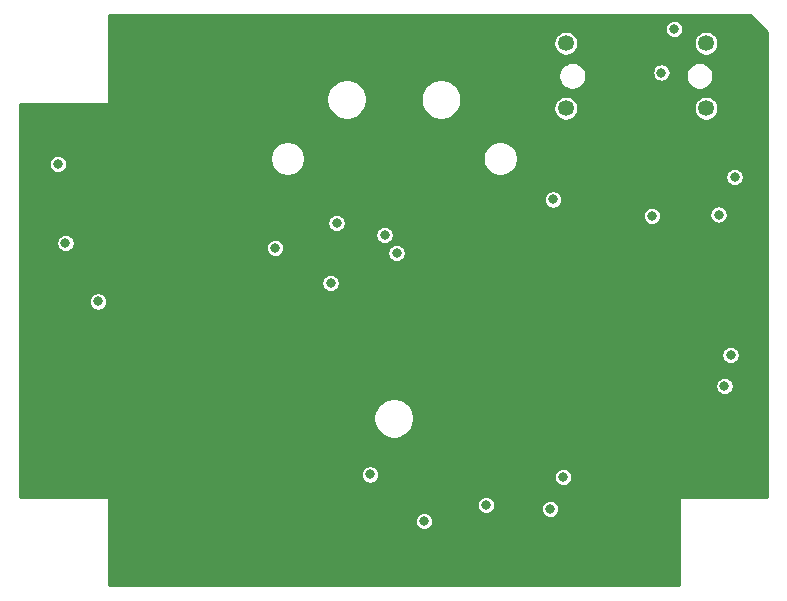
<source format=gbr>
G04 #@! TF.GenerationSoftware,KiCad,Pcbnew,(5.1.5-0)*
G04 #@! TF.CreationDate,2020-12-17T20:40:06-08:00*
G04 #@! TF.ProjectId,Luminometer_ADC_concept,4c756d69-6e6f-46d6-9574-65725f414443,rev?*
G04 #@! TF.SameCoordinates,Original*
G04 #@! TF.FileFunction,Copper,L3,Inr*
G04 #@! TF.FilePolarity,Positive*
%FSLAX46Y46*%
G04 Gerber Fmt 4.6, Leading zero omitted, Abs format (unit mm)*
G04 Created by KiCad (PCBNEW (5.1.5-0)) date 2020-12-17 20:40:06*
%MOMM*%
%LPD*%
G04 APERTURE LIST*
%ADD10C,1.350000*%
%ADD11C,0.800000*%
%ADD12C,0.254000*%
G04 APERTURE END LIST*
D10*
X162065000Y-88750000D03*
X173935000Y-88750000D03*
X173935000Y-83250000D03*
X162065000Y-83250000D03*
D11*
X163450000Y-121900000D03*
X170550000Y-107700000D03*
X169628000Y-99128000D03*
X170813000Y-114334000D03*
X176359000Y-96334000D03*
X155278000Y-121177000D03*
X141562000Y-122447000D03*
X149182000Y-127273000D03*
X123700000Y-97850000D03*
X140550000Y-102100000D03*
X151546000Y-100997000D03*
X167723000Y-98239000D03*
X133750000Y-114000000D03*
X151500000Y-114000000D03*
X162800000Y-127650000D03*
X119950000Y-98750000D03*
X157250000Y-124250000D03*
X158750000Y-121500000D03*
X165500000Y-84750000D03*
X166750000Y-84750000D03*
X121000000Y-98750000D03*
X122100000Y-98750000D03*
X118800000Y-97950000D03*
X168000000Y-84750000D03*
X119700000Y-100150000D03*
X137460000Y-100560000D03*
X119050000Y-93450000D03*
X176020000Y-109635000D03*
X171250000Y-82038000D03*
X175000000Y-97750000D03*
X175500000Y-112250000D03*
X176359000Y-94556000D03*
X170156000Y-85721000D03*
X160992000Y-96461000D03*
X145500000Y-119750000D03*
X169350000Y-97850000D03*
X147736000Y-100997000D03*
X160750000Y-122650000D03*
X155300000Y-122350000D03*
X150071000Y-123717000D03*
X122450000Y-105100000D03*
X142148000Y-103537000D03*
X142656000Y-98457000D03*
X161850000Y-119950000D03*
X146720000Y-99473000D03*
D12*
G36*
X179123000Y-82302606D02*
G01*
X179123000Y-121623000D01*
X171750000Y-121623000D01*
X171725224Y-121625440D01*
X171701399Y-121632667D01*
X171679443Y-121644403D01*
X171660197Y-121660197D01*
X171644403Y-121679443D01*
X171632667Y-121701399D01*
X171625440Y-121725224D01*
X171623000Y-121750000D01*
X171623000Y-129123000D01*
X123377000Y-129123000D01*
X123377000Y-123640472D01*
X149294000Y-123640472D01*
X149294000Y-123793528D01*
X149323859Y-123943643D01*
X149382431Y-124085048D01*
X149467464Y-124212309D01*
X149575691Y-124320536D01*
X149702952Y-124405569D01*
X149844357Y-124464141D01*
X149994472Y-124494000D01*
X150147528Y-124494000D01*
X150297643Y-124464141D01*
X150439048Y-124405569D01*
X150566309Y-124320536D01*
X150674536Y-124212309D01*
X150759569Y-124085048D01*
X150818141Y-123943643D01*
X150848000Y-123793528D01*
X150848000Y-123640472D01*
X150818141Y-123490357D01*
X150759569Y-123348952D01*
X150674536Y-123221691D01*
X150566309Y-123113464D01*
X150439048Y-123028431D01*
X150297643Y-122969859D01*
X150147528Y-122940000D01*
X149994472Y-122940000D01*
X149844357Y-122969859D01*
X149702952Y-123028431D01*
X149575691Y-123113464D01*
X149467464Y-123221691D01*
X149382431Y-123348952D01*
X149323859Y-123490357D01*
X149294000Y-123640472D01*
X123377000Y-123640472D01*
X123377000Y-122273472D01*
X154523000Y-122273472D01*
X154523000Y-122426528D01*
X154552859Y-122576643D01*
X154611431Y-122718048D01*
X154696464Y-122845309D01*
X154804691Y-122953536D01*
X154931952Y-123038569D01*
X155073357Y-123097141D01*
X155223472Y-123127000D01*
X155376528Y-123127000D01*
X155526643Y-123097141D01*
X155668048Y-123038569D01*
X155795309Y-122953536D01*
X155903536Y-122845309D01*
X155988569Y-122718048D01*
X156047141Y-122576643D01*
X156047771Y-122573472D01*
X159973000Y-122573472D01*
X159973000Y-122726528D01*
X160002859Y-122876643D01*
X160061431Y-123018048D01*
X160146464Y-123145309D01*
X160254691Y-123253536D01*
X160381952Y-123338569D01*
X160523357Y-123397141D01*
X160673472Y-123427000D01*
X160826528Y-123427000D01*
X160976643Y-123397141D01*
X161118048Y-123338569D01*
X161245309Y-123253536D01*
X161353536Y-123145309D01*
X161438569Y-123018048D01*
X161497141Y-122876643D01*
X161527000Y-122726528D01*
X161527000Y-122573472D01*
X161497141Y-122423357D01*
X161438569Y-122281952D01*
X161353536Y-122154691D01*
X161245309Y-122046464D01*
X161118048Y-121961431D01*
X160976643Y-121902859D01*
X160826528Y-121873000D01*
X160673472Y-121873000D01*
X160523357Y-121902859D01*
X160381952Y-121961431D01*
X160254691Y-122046464D01*
X160146464Y-122154691D01*
X160061431Y-122281952D01*
X160002859Y-122423357D01*
X159973000Y-122573472D01*
X156047771Y-122573472D01*
X156077000Y-122426528D01*
X156077000Y-122273472D01*
X156047141Y-122123357D01*
X155988569Y-121981952D01*
X155903536Y-121854691D01*
X155795309Y-121746464D01*
X155668048Y-121661431D01*
X155526643Y-121602859D01*
X155376528Y-121573000D01*
X155223472Y-121573000D01*
X155073357Y-121602859D01*
X154931952Y-121661431D01*
X154804691Y-121746464D01*
X154696464Y-121854691D01*
X154611431Y-121981952D01*
X154552859Y-122123357D01*
X154523000Y-122273472D01*
X123377000Y-122273472D01*
X123377000Y-121750000D01*
X123374560Y-121725224D01*
X123367333Y-121701399D01*
X123355597Y-121679443D01*
X123339803Y-121660197D01*
X123320557Y-121644403D01*
X123298601Y-121632667D01*
X123274776Y-121625440D01*
X123250000Y-121623000D01*
X115877000Y-121623000D01*
X115877000Y-119673472D01*
X144723000Y-119673472D01*
X144723000Y-119826528D01*
X144752859Y-119976643D01*
X144811431Y-120118048D01*
X144896464Y-120245309D01*
X145004691Y-120353536D01*
X145131952Y-120438569D01*
X145273357Y-120497141D01*
X145423472Y-120527000D01*
X145576528Y-120527000D01*
X145726643Y-120497141D01*
X145868048Y-120438569D01*
X145995309Y-120353536D01*
X146103536Y-120245309D01*
X146188569Y-120118048D01*
X146247141Y-119976643D01*
X146267662Y-119873472D01*
X161073000Y-119873472D01*
X161073000Y-120026528D01*
X161102859Y-120176643D01*
X161161431Y-120318048D01*
X161246464Y-120445309D01*
X161354691Y-120553536D01*
X161481952Y-120638569D01*
X161623357Y-120697141D01*
X161773472Y-120727000D01*
X161926528Y-120727000D01*
X162076643Y-120697141D01*
X162218048Y-120638569D01*
X162345309Y-120553536D01*
X162453536Y-120445309D01*
X162538569Y-120318048D01*
X162597141Y-120176643D01*
X162627000Y-120026528D01*
X162627000Y-119873472D01*
X162597141Y-119723357D01*
X162538569Y-119581952D01*
X162453536Y-119454691D01*
X162345309Y-119346464D01*
X162218048Y-119261431D01*
X162076643Y-119202859D01*
X161926528Y-119173000D01*
X161773472Y-119173000D01*
X161623357Y-119202859D01*
X161481952Y-119261431D01*
X161354691Y-119346464D01*
X161246464Y-119454691D01*
X161161431Y-119581952D01*
X161102859Y-119723357D01*
X161073000Y-119873472D01*
X146267662Y-119873472D01*
X146277000Y-119826528D01*
X146277000Y-119673472D01*
X146247141Y-119523357D01*
X146188569Y-119381952D01*
X146103536Y-119254691D01*
X145995309Y-119146464D01*
X145868048Y-119061431D01*
X145726643Y-119002859D01*
X145576528Y-118973000D01*
X145423472Y-118973000D01*
X145273357Y-119002859D01*
X145131952Y-119061431D01*
X145004691Y-119146464D01*
X144896464Y-119254691D01*
X144811431Y-119381952D01*
X144752859Y-119523357D01*
X144723000Y-119673472D01*
X115877000Y-119673472D01*
X115877000Y-114829905D01*
X145773000Y-114829905D01*
X145773000Y-115170095D01*
X145839368Y-115503747D01*
X145969553Y-115818041D01*
X146158552Y-116100898D01*
X146399102Y-116341448D01*
X146681959Y-116530447D01*
X146996253Y-116660632D01*
X147329905Y-116727000D01*
X147670095Y-116727000D01*
X148003747Y-116660632D01*
X148318041Y-116530447D01*
X148600898Y-116341448D01*
X148841448Y-116100898D01*
X149030447Y-115818041D01*
X149160632Y-115503747D01*
X149227000Y-115170095D01*
X149227000Y-114829905D01*
X149160632Y-114496253D01*
X149030447Y-114181959D01*
X148841448Y-113899102D01*
X148600898Y-113658552D01*
X148318041Y-113469553D01*
X148003747Y-113339368D01*
X147670095Y-113273000D01*
X147329905Y-113273000D01*
X146996253Y-113339368D01*
X146681959Y-113469553D01*
X146399102Y-113658552D01*
X146158552Y-113899102D01*
X145969553Y-114181959D01*
X145839368Y-114496253D01*
X145773000Y-114829905D01*
X115877000Y-114829905D01*
X115877000Y-112173472D01*
X174723000Y-112173472D01*
X174723000Y-112326528D01*
X174752859Y-112476643D01*
X174811431Y-112618048D01*
X174896464Y-112745309D01*
X175004691Y-112853536D01*
X175131952Y-112938569D01*
X175273357Y-112997141D01*
X175423472Y-113027000D01*
X175576528Y-113027000D01*
X175726643Y-112997141D01*
X175868048Y-112938569D01*
X175995309Y-112853536D01*
X176103536Y-112745309D01*
X176188569Y-112618048D01*
X176247141Y-112476643D01*
X176277000Y-112326528D01*
X176277000Y-112173472D01*
X176247141Y-112023357D01*
X176188569Y-111881952D01*
X176103536Y-111754691D01*
X175995309Y-111646464D01*
X175868048Y-111561431D01*
X175726643Y-111502859D01*
X175576528Y-111473000D01*
X175423472Y-111473000D01*
X175273357Y-111502859D01*
X175131952Y-111561431D01*
X175004691Y-111646464D01*
X174896464Y-111754691D01*
X174811431Y-111881952D01*
X174752859Y-112023357D01*
X174723000Y-112173472D01*
X115877000Y-112173472D01*
X115877000Y-109558472D01*
X175243000Y-109558472D01*
X175243000Y-109711528D01*
X175272859Y-109861643D01*
X175331431Y-110003048D01*
X175416464Y-110130309D01*
X175524691Y-110238536D01*
X175651952Y-110323569D01*
X175793357Y-110382141D01*
X175943472Y-110412000D01*
X176096528Y-110412000D01*
X176246643Y-110382141D01*
X176388048Y-110323569D01*
X176515309Y-110238536D01*
X176623536Y-110130309D01*
X176708569Y-110003048D01*
X176767141Y-109861643D01*
X176797000Y-109711528D01*
X176797000Y-109558472D01*
X176767141Y-109408357D01*
X176708569Y-109266952D01*
X176623536Y-109139691D01*
X176515309Y-109031464D01*
X176388048Y-108946431D01*
X176246643Y-108887859D01*
X176096528Y-108858000D01*
X175943472Y-108858000D01*
X175793357Y-108887859D01*
X175651952Y-108946431D01*
X175524691Y-109031464D01*
X175416464Y-109139691D01*
X175331431Y-109266952D01*
X175272859Y-109408357D01*
X175243000Y-109558472D01*
X115877000Y-109558472D01*
X115877000Y-105023472D01*
X121673000Y-105023472D01*
X121673000Y-105176528D01*
X121702859Y-105326643D01*
X121761431Y-105468048D01*
X121846464Y-105595309D01*
X121954691Y-105703536D01*
X122081952Y-105788569D01*
X122223357Y-105847141D01*
X122373472Y-105877000D01*
X122526528Y-105877000D01*
X122676643Y-105847141D01*
X122818048Y-105788569D01*
X122945309Y-105703536D01*
X123053536Y-105595309D01*
X123138569Y-105468048D01*
X123197141Y-105326643D01*
X123227000Y-105176528D01*
X123227000Y-105023472D01*
X123197141Y-104873357D01*
X123138569Y-104731952D01*
X123053536Y-104604691D01*
X122945309Y-104496464D01*
X122818048Y-104411431D01*
X122676643Y-104352859D01*
X122526528Y-104323000D01*
X122373472Y-104323000D01*
X122223357Y-104352859D01*
X122081952Y-104411431D01*
X121954691Y-104496464D01*
X121846464Y-104604691D01*
X121761431Y-104731952D01*
X121702859Y-104873357D01*
X121673000Y-105023472D01*
X115877000Y-105023472D01*
X115877000Y-103460472D01*
X141371000Y-103460472D01*
X141371000Y-103613528D01*
X141400859Y-103763643D01*
X141459431Y-103905048D01*
X141544464Y-104032309D01*
X141652691Y-104140536D01*
X141779952Y-104225569D01*
X141921357Y-104284141D01*
X142071472Y-104314000D01*
X142224528Y-104314000D01*
X142374643Y-104284141D01*
X142516048Y-104225569D01*
X142643309Y-104140536D01*
X142751536Y-104032309D01*
X142836569Y-103905048D01*
X142895141Y-103763643D01*
X142925000Y-103613528D01*
X142925000Y-103460472D01*
X142895141Y-103310357D01*
X142836569Y-103168952D01*
X142751536Y-103041691D01*
X142643309Y-102933464D01*
X142516048Y-102848431D01*
X142374643Y-102789859D01*
X142224528Y-102760000D01*
X142071472Y-102760000D01*
X141921357Y-102789859D01*
X141779952Y-102848431D01*
X141652691Y-102933464D01*
X141544464Y-103041691D01*
X141459431Y-103168952D01*
X141400859Y-103310357D01*
X141371000Y-103460472D01*
X115877000Y-103460472D01*
X115877000Y-100073472D01*
X118923000Y-100073472D01*
X118923000Y-100226528D01*
X118952859Y-100376643D01*
X119011431Y-100518048D01*
X119096464Y-100645309D01*
X119204691Y-100753536D01*
X119331952Y-100838569D01*
X119473357Y-100897141D01*
X119623472Y-100927000D01*
X119776528Y-100927000D01*
X119926643Y-100897141D01*
X120068048Y-100838569D01*
X120195309Y-100753536D01*
X120303536Y-100645309D01*
X120388569Y-100518048D01*
X120402890Y-100483472D01*
X136683000Y-100483472D01*
X136683000Y-100636528D01*
X136712859Y-100786643D01*
X136771431Y-100928048D01*
X136856464Y-101055309D01*
X136964691Y-101163536D01*
X137091952Y-101248569D01*
X137233357Y-101307141D01*
X137383472Y-101337000D01*
X137536528Y-101337000D01*
X137686643Y-101307141D01*
X137828048Y-101248569D01*
X137955309Y-101163536D01*
X138063536Y-101055309D01*
X138148569Y-100928048D01*
X138151707Y-100920472D01*
X146959000Y-100920472D01*
X146959000Y-101073528D01*
X146988859Y-101223643D01*
X147047431Y-101365048D01*
X147132464Y-101492309D01*
X147240691Y-101600536D01*
X147367952Y-101685569D01*
X147509357Y-101744141D01*
X147659472Y-101774000D01*
X147812528Y-101774000D01*
X147962643Y-101744141D01*
X148104048Y-101685569D01*
X148231309Y-101600536D01*
X148339536Y-101492309D01*
X148424569Y-101365048D01*
X148483141Y-101223643D01*
X148513000Y-101073528D01*
X148513000Y-100920472D01*
X148483141Y-100770357D01*
X148424569Y-100628952D01*
X148339536Y-100501691D01*
X148231309Y-100393464D01*
X148104048Y-100308431D01*
X147962643Y-100249859D01*
X147812528Y-100220000D01*
X147659472Y-100220000D01*
X147509357Y-100249859D01*
X147367952Y-100308431D01*
X147240691Y-100393464D01*
X147132464Y-100501691D01*
X147047431Y-100628952D01*
X146988859Y-100770357D01*
X146959000Y-100920472D01*
X138151707Y-100920472D01*
X138207141Y-100786643D01*
X138237000Y-100636528D01*
X138237000Y-100483472D01*
X138207141Y-100333357D01*
X138148569Y-100191952D01*
X138063536Y-100064691D01*
X137955309Y-99956464D01*
X137828048Y-99871431D01*
X137686643Y-99812859D01*
X137536528Y-99783000D01*
X137383472Y-99783000D01*
X137233357Y-99812859D01*
X137091952Y-99871431D01*
X136964691Y-99956464D01*
X136856464Y-100064691D01*
X136771431Y-100191952D01*
X136712859Y-100333357D01*
X136683000Y-100483472D01*
X120402890Y-100483472D01*
X120447141Y-100376643D01*
X120477000Y-100226528D01*
X120477000Y-100073472D01*
X120447141Y-99923357D01*
X120388569Y-99781952D01*
X120303536Y-99654691D01*
X120195309Y-99546464D01*
X120068048Y-99461431D01*
X119926643Y-99402859D01*
X119894533Y-99396472D01*
X145943000Y-99396472D01*
X145943000Y-99549528D01*
X145972859Y-99699643D01*
X146031431Y-99841048D01*
X146116464Y-99968309D01*
X146224691Y-100076536D01*
X146351952Y-100161569D01*
X146493357Y-100220141D01*
X146643472Y-100250000D01*
X146796528Y-100250000D01*
X146946643Y-100220141D01*
X147088048Y-100161569D01*
X147215309Y-100076536D01*
X147323536Y-99968309D01*
X147408569Y-99841048D01*
X147467141Y-99699643D01*
X147497000Y-99549528D01*
X147497000Y-99396472D01*
X147467141Y-99246357D01*
X147408569Y-99104952D01*
X147323536Y-98977691D01*
X147215309Y-98869464D01*
X147088048Y-98784431D01*
X146946643Y-98725859D01*
X146796528Y-98696000D01*
X146643472Y-98696000D01*
X146493357Y-98725859D01*
X146351952Y-98784431D01*
X146224691Y-98869464D01*
X146116464Y-98977691D01*
X146031431Y-99104952D01*
X145972859Y-99246357D01*
X145943000Y-99396472D01*
X119894533Y-99396472D01*
X119776528Y-99373000D01*
X119623472Y-99373000D01*
X119473357Y-99402859D01*
X119331952Y-99461431D01*
X119204691Y-99546464D01*
X119096464Y-99654691D01*
X119011431Y-99781952D01*
X118952859Y-99923357D01*
X118923000Y-100073472D01*
X115877000Y-100073472D01*
X115877000Y-98380472D01*
X141879000Y-98380472D01*
X141879000Y-98533528D01*
X141908859Y-98683643D01*
X141967431Y-98825048D01*
X142052464Y-98952309D01*
X142160691Y-99060536D01*
X142287952Y-99145569D01*
X142429357Y-99204141D01*
X142579472Y-99234000D01*
X142732528Y-99234000D01*
X142882643Y-99204141D01*
X143024048Y-99145569D01*
X143151309Y-99060536D01*
X143259536Y-98952309D01*
X143344569Y-98825048D01*
X143403141Y-98683643D01*
X143433000Y-98533528D01*
X143433000Y-98380472D01*
X143403141Y-98230357D01*
X143344569Y-98088952D01*
X143259536Y-97961691D01*
X143151309Y-97853464D01*
X143031593Y-97773472D01*
X168573000Y-97773472D01*
X168573000Y-97926528D01*
X168602859Y-98076643D01*
X168661431Y-98218048D01*
X168746464Y-98345309D01*
X168854691Y-98453536D01*
X168981952Y-98538569D01*
X169123357Y-98597141D01*
X169273472Y-98627000D01*
X169426528Y-98627000D01*
X169576643Y-98597141D01*
X169718048Y-98538569D01*
X169845309Y-98453536D01*
X169953536Y-98345309D01*
X170038569Y-98218048D01*
X170097141Y-98076643D01*
X170127000Y-97926528D01*
X170127000Y-97773472D01*
X170107110Y-97673472D01*
X174223000Y-97673472D01*
X174223000Y-97826528D01*
X174252859Y-97976643D01*
X174311431Y-98118048D01*
X174396464Y-98245309D01*
X174504691Y-98353536D01*
X174631952Y-98438569D01*
X174773357Y-98497141D01*
X174923472Y-98527000D01*
X175076528Y-98527000D01*
X175226643Y-98497141D01*
X175368048Y-98438569D01*
X175495309Y-98353536D01*
X175603536Y-98245309D01*
X175688569Y-98118048D01*
X175747141Y-97976643D01*
X175777000Y-97826528D01*
X175777000Y-97673472D01*
X175747141Y-97523357D01*
X175688569Y-97381952D01*
X175603536Y-97254691D01*
X175495309Y-97146464D01*
X175368048Y-97061431D01*
X175226643Y-97002859D01*
X175076528Y-96973000D01*
X174923472Y-96973000D01*
X174773357Y-97002859D01*
X174631952Y-97061431D01*
X174504691Y-97146464D01*
X174396464Y-97254691D01*
X174311431Y-97381952D01*
X174252859Y-97523357D01*
X174223000Y-97673472D01*
X170107110Y-97673472D01*
X170097141Y-97623357D01*
X170038569Y-97481952D01*
X169953536Y-97354691D01*
X169845309Y-97246464D01*
X169718048Y-97161431D01*
X169576643Y-97102859D01*
X169426528Y-97073000D01*
X169273472Y-97073000D01*
X169123357Y-97102859D01*
X168981952Y-97161431D01*
X168854691Y-97246464D01*
X168746464Y-97354691D01*
X168661431Y-97481952D01*
X168602859Y-97623357D01*
X168573000Y-97773472D01*
X143031593Y-97773472D01*
X143024048Y-97768431D01*
X142882643Y-97709859D01*
X142732528Y-97680000D01*
X142579472Y-97680000D01*
X142429357Y-97709859D01*
X142287952Y-97768431D01*
X142160691Y-97853464D01*
X142052464Y-97961691D01*
X141967431Y-98088952D01*
X141908859Y-98230357D01*
X141879000Y-98380472D01*
X115877000Y-98380472D01*
X115877000Y-96384472D01*
X160215000Y-96384472D01*
X160215000Y-96537528D01*
X160244859Y-96687643D01*
X160303431Y-96829048D01*
X160388464Y-96956309D01*
X160496691Y-97064536D01*
X160623952Y-97149569D01*
X160765357Y-97208141D01*
X160915472Y-97238000D01*
X161068528Y-97238000D01*
X161218643Y-97208141D01*
X161360048Y-97149569D01*
X161487309Y-97064536D01*
X161595536Y-96956309D01*
X161680569Y-96829048D01*
X161739141Y-96687643D01*
X161769000Y-96537528D01*
X161769000Y-96384472D01*
X161739141Y-96234357D01*
X161680569Y-96092952D01*
X161595536Y-95965691D01*
X161487309Y-95857464D01*
X161360048Y-95772431D01*
X161218643Y-95713859D01*
X161068528Y-95684000D01*
X160915472Y-95684000D01*
X160765357Y-95713859D01*
X160623952Y-95772431D01*
X160496691Y-95857464D01*
X160388464Y-95965691D01*
X160303431Y-96092952D01*
X160244859Y-96234357D01*
X160215000Y-96384472D01*
X115877000Y-96384472D01*
X115877000Y-94479472D01*
X175582000Y-94479472D01*
X175582000Y-94632528D01*
X175611859Y-94782643D01*
X175670431Y-94924048D01*
X175755464Y-95051309D01*
X175863691Y-95159536D01*
X175990952Y-95244569D01*
X176132357Y-95303141D01*
X176282472Y-95333000D01*
X176435528Y-95333000D01*
X176585643Y-95303141D01*
X176727048Y-95244569D01*
X176854309Y-95159536D01*
X176962536Y-95051309D01*
X177047569Y-94924048D01*
X177106141Y-94782643D01*
X177136000Y-94632528D01*
X177136000Y-94479472D01*
X177106141Y-94329357D01*
X177047569Y-94187952D01*
X176962536Y-94060691D01*
X176854309Y-93952464D01*
X176727048Y-93867431D01*
X176585643Y-93808859D01*
X176435528Y-93779000D01*
X176282472Y-93779000D01*
X176132357Y-93808859D01*
X175990952Y-93867431D01*
X175863691Y-93952464D01*
X175755464Y-94060691D01*
X175670431Y-94187952D01*
X175611859Y-94329357D01*
X175582000Y-94479472D01*
X115877000Y-94479472D01*
X115877000Y-93373472D01*
X118273000Y-93373472D01*
X118273000Y-93526528D01*
X118302859Y-93676643D01*
X118361431Y-93818048D01*
X118446464Y-93945309D01*
X118554691Y-94053536D01*
X118681952Y-94138569D01*
X118823357Y-94197141D01*
X118973472Y-94227000D01*
X119126528Y-94227000D01*
X119276643Y-94197141D01*
X119418048Y-94138569D01*
X119545309Y-94053536D01*
X119653536Y-93945309D01*
X119738569Y-93818048D01*
X119797141Y-93676643D01*
X119827000Y-93526528D01*
X119827000Y-93373472D01*
X119797141Y-93223357D01*
X119738569Y-93081952D01*
X119653536Y-92954691D01*
X119553373Y-92854528D01*
X137023000Y-92854528D01*
X137023000Y-93145472D01*
X137079760Y-93430825D01*
X137191099Y-93699622D01*
X137352739Y-93941533D01*
X137558467Y-94147261D01*
X137800378Y-94308901D01*
X138069175Y-94420240D01*
X138354528Y-94477000D01*
X138645472Y-94477000D01*
X138930825Y-94420240D01*
X139199622Y-94308901D01*
X139441533Y-94147261D01*
X139647261Y-93941533D01*
X139808901Y-93699622D01*
X139920240Y-93430825D01*
X139977000Y-93145472D01*
X139977000Y-92854528D01*
X155023000Y-92854528D01*
X155023000Y-93145472D01*
X155079760Y-93430825D01*
X155191099Y-93699622D01*
X155352739Y-93941533D01*
X155558467Y-94147261D01*
X155800378Y-94308901D01*
X156069175Y-94420240D01*
X156354528Y-94477000D01*
X156645472Y-94477000D01*
X156930825Y-94420240D01*
X157199622Y-94308901D01*
X157441533Y-94147261D01*
X157647261Y-93941533D01*
X157808901Y-93699622D01*
X157920240Y-93430825D01*
X157977000Y-93145472D01*
X157977000Y-92854528D01*
X157920240Y-92569175D01*
X157808901Y-92300378D01*
X157647261Y-92058467D01*
X157441533Y-91852739D01*
X157199622Y-91691099D01*
X156930825Y-91579760D01*
X156645472Y-91523000D01*
X156354528Y-91523000D01*
X156069175Y-91579760D01*
X155800378Y-91691099D01*
X155558467Y-91852739D01*
X155352739Y-92058467D01*
X155191099Y-92300378D01*
X155079760Y-92569175D01*
X155023000Y-92854528D01*
X139977000Y-92854528D01*
X139920240Y-92569175D01*
X139808901Y-92300378D01*
X139647261Y-92058467D01*
X139441533Y-91852739D01*
X139199622Y-91691099D01*
X138930825Y-91579760D01*
X138645472Y-91523000D01*
X138354528Y-91523000D01*
X138069175Y-91579760D01*
X137800378Y-91691099D01*
X137558467Y-91852739D01*
X137352739Y-92058467D01*
X137191099Y-92300378D01*
X137079760Y-92569175D01*
X137023000Y-92854528D01*
X119553373Y-92854528D01*
X119545309Y-92846464D01*
X119418048Y-92761431D01*
X119276643Y-92702859D01*
X119126528Y-92673000D01*
X118973472Y-92673000D01*
X118823357Y-92702859D01*
X118681952Y-92761431D01*
X118554691Y-92846464D01*
X118446464Y-92954691D01*
X118361431Y-93081952D01*
X118302859Y-93223357D01*
X118273000Y-93373472D01*
X115877000Y-93373472D01*
X115877000Y-88377000D01*
X123250000Y-88377000D01*
X123274776Y-88374560D01*
X123298601Y-88367333D01*
X123320557Y-88355597D01*
X123339803Y-88339803D01*
X123355597Y-88320557D01*
X123367333Y-88298601D01*
X123374560Y-88274776D01*
X123377000Y-88250000D01*
X123377000Y-87829905D01*
X141773000Y-87829905D01*
X141773000Y-88170095D01*
X141839368Y-88503747D01*
X141969553Y-88818041D01*
X142158552Y-89100898D01*
X142399102Y-89341448D01*
X142681959Y-89530447D01*
X142996253Y-89660632D01*
X143329905Y-89727000D01*
X143670095Y-89727000D01*
X144003747Y-89660632D01*
X144318041Y-89530447D01*
X144600898Y-89341448D01*
X144841448Y-89100898D01*
X145030447Y-88818041D01*
X145160632Y-88503747D01*
X145227000Y-88170095D01*
X145227000Y-87829905D01*
X149773000Y-87829905D01*
X149773000Y-88170095D01*
X149839368Y-88503747D01*
X149969553Y-88818041D01*
X150158552Y-89100898D01*
X150399102Y-89341448D01*
X150681959Y-89530447D01*
X150996253Y-89660632D01*
X151329905Y-89727000D01*
X151670095Y-89727000D01*
X152003747Y-89660632D01*
X152318041Y-89530447D01*
X152600898Y-89341448D01*
X152841448Y-89100898D01*
X153030447Y-88818041D01*
X153101548Y-88646387D01*
X161013000Y-88646387D01*
X161013000Y-88853613D01*
X161053428Y-89056857D01*
X161132730Y-89248309D01*
X161247858Y-89420611D01*
X161394389Y-89567142D01*
X161566691Y-89682270D01*
X161758143Y-89761572D01*
X161961387Y-89802000D01*
X162168613Y-89802000D01*
X162371857Y-89761572D01*
X162563309Y-89682270D01*
X162735611Y-89567142D01*
X162882142Y-89420611D01*
X162997270Y-89248309D01*
X163076572Y-89056857D01*
X163117000Y-88853613D01*
X163117000Y-88646387D01*
X172883000Y-88646387D01*
X172883000Y-88853613D01*
X172923428Y-89056857D01*
X173002730Y-89248309D01*
X173117858Y-89420611D01*
X173264389Y-89567142D01*
X173436691Y-89682270D01*
X173628143Y-89761572D01*
X173831387Y-89802000D01*
X174038613Y-89802000D01*
X174241857Y-89761572D01*
X174433309Y-89682270D01*
X174605611Y-89567142D01*
X174752142Y-89420611D01*
X174867270Y-89248309D01*
X174946572Y-89056857D01*
X174987000Y-88853613D01*
X174987000Y-88646387D01*
X174946572Y-88443143D01*
X174867270Y-88251691D01*
X174752142Y-88079389D01*
X174605611Y-87932858D01*
X174433309Y-87817730D01*
X174241857Y-87738428D01*
X174038613Y-87698000D01*
X173831387Y-87698000D01*
X173628143Y-87738428D01*
X173436691Y-87817730D01*
X173264389Y-87932858D01*
X173117858Y-88079389D01*
X173002730Y-88251691D01*
X172923428Y-88443143D01*
X172883000Y-88646387D01*
X163117000Y-88646387D01*
X163076572Y-88443143D01*
X162997270Y-88251691D01*
X162882142Y-88079389D01*
X162735611Y-87932858D01*
X162563309Y-87817730D01*
X162371857Y-87738428D01*
X162168613Y-87698000D01*
X161961387Y-87698000D01*
X161758143Y-87738428D01*
X161566691Y-87817730D01*
X161394389Y-87932858D01*
X161247858Y-88079389D01*
X161132730Y-88251691D01*
X161053428Y-88443143D01*
X161013000Y-88646387D01*
X153101548Y-88646387D01*
X153160632Y-88503747D01*
X153227000Y-88170095D01*
X153227000Y-87829905D01*
X153160632Y-87496253D01*
X153030447Y-87181959D01*
X152841448Y-86899102D01*
X152600898Y-86658552D01*
X152318041Y-86469553D01*
X152003747Y-86339368D01*
X151670095Y-86273000D01*
X151329905Y-86273000D01*
X150996253Y-86339368D01*
X150681959Y-86469553D01*
X150399102Y-86658552D01*
X150158552Y-86899102D01*
X149969553Y-87181959D01*
X149839368Y-87496253D01*
X149773000Y-87829905D01*
X145227000Y-87829905D01*
X145160632Y-87496253D01*
X145030447Y-87181959D01*
X144841448Y-86899102D01*
X144600898Y-86658552D01*
X144318041Y-86469553D01*
X144003747Y-86339368D01*
X143670095Y-86273000D01*
X143329905Y-86273000D01*
X142996253Y-86339368D01*
X142681959Y-86469553D01*
X142399102Y-86658552D01*
X142158552Y-86899102D01*
X141969553Y-87181959D01*
X141839368Y-87496253D01*
X141773000Y-87829905D01*
X123377000Y-87829905D01*
X123377000Y-85884076D01*
X161438000Y-85884076D01*
X161438000Y-86115924D01*
X161483231Y-86343318D01*
X161571956Y-86557519D01*
X161700764Y-86750294D01*
X161864706Y-86914236D01*
X162057481Y-87043044D01*
X162271682Y-87131769D01*
X162499076Y-87177000D01*
X162730924Y-87177000D01*
X162958318Y-87131769D01*
X163172519Y-87043044D01*
X163365294Y-86914236D01*
X163529236Y-86750294D01*
X163658044Y-86557519D01*
X163746769Y-86343318D01*
X163792000Y-86115924D01*
X163792000Y-85884076D01*
X163746769Y-85656682D01*
X163741712Y-85644472D01*
X169379000Y-85644472D01*
X169379000Y-85797528D01*
X169408859Y-85947643D01*
X169467431Y-86089048D01*
X169552464Y-86216309D01*
X169660691Y-86324536D01*
X169787952Y-86409569D01*
X169929357Y-86468141D01*
X170079472Y-86498000D01*
X170232528Y-86498000D01*
X170382643Y-86468141D01*
X170524048Y-86409569D01*
X170651309Y-86324536D01*
X170759536Y-86216309D01*
X170844569Y-86089048D01*
X170903141Y-85947643D01*
X170915784Y-85884076D01*
X172208000Y-85884076D01*
X172208000Y-86115924D01*
X172253231Y-86343318D01*
X172341956Y-86557519D01*
X172470764Y-86750294D01*
X172634706Y-86914236D01*
X172827481Y-87043044D01*
X173041682Y-87131769D01*
X173269076Y-87177000D01*
X173500924Y-87177000D01*
X173728318Y-87131769D01*
X173942519Y-87043044D01*
X174135294Y-86914236D01*
X174299236Y-86750294D01*
X174428044Y-86557519D01*
X174516769Y-86343318D01*
X174562000Y-86115924D01*
X174562000Y-85884076D01*
X174516769Y-85656682D01*
X174428044Y-85442481D01*
X174299236Y-85249706D01*
X174135294Y-85085764D01*
X173942519Y-84956956D01*
X173728318Y-84868231D01*
X173500924Y-84823000D01*
X173269076Y-84823000D01*
X173041682Y-84868231D01*
X172827481Y-84956956D01*
X172634706Y-85085764D01*
X172470764Y-85249706D01*
X172341956Y-85442481D01*
X172253231Y-85656682D01*
X172208000Y-85884076D01*
X170915784Y-85884076D01*
X170933000Y-85797528D01*
X170933000Y-85644472D01*
X170903141Y-85494357D01*
X170844569Y-85352952D01*
X170759536Y-85225691D01*
X170651309Y-85117464D01*
X170524048Y-85032431D01*
X170382643Y-84973859D01*
X170232528Y-84944000D01*
X170079472Y-84944000D01*
X169929357Y-84973859D01*
X169787952Y-85032431D01*
X169660691Y-85117464D01*
X169552464Y-85225691D01*
X169467431Y-85352952D01*
X169408859Y-85494357D01*
X169379000Y-85644472D01*
X163741712Y-85644472D01*
X163658044Y-85442481D01*
X163529236Y-85249706D01*
X163365294Y-85085764D01*
X163172519Y-84956956D01*
X162958318Y-84868231D01*
X162730924Y-84823000D01*
X162499076Y-84823000D01*
X162271682Y-84868231D01*
X162057481Y-84956956D01*
X161864706Y-85085764D01*
X161700764Y-85249706D01*
X161571956Y-85442481D01*
X161483231Y-85656682D01*
X161438000Y-85884076D01*
X123377000Y-85884076D01*
X123377000Y-83146387D01*
X161013000Y-83146387D01*
X161013000Y-83353613D01*
X161053428Y-83556857D01*
X161132730Y-83748309D01*
X161247858Y-83920611D01*
X161394389Y-84067142D01*
X161566691Y-84182270D01*
X161758143Y-84261572D01*
X161961387Y-84302000D01*
X162168613Y-84302000D01*
X162371857Y-84261572D01*
X162563309Y-84182270D01*
X162735611Y-84067142D01*
X162882142Y-83920611D01*
X162997270Y-83748309D01*
X163076572Y-83556857D01*
X163117000Y-83353613D01*
X163117000Y-83146387D01*
X172883000Y-83146387D01*
X172883000Y-83353613D01*
X172923428Y-83556857D01*
X173002730Y-83748309D01*
X173117858Y-83920611D01*
X173264389Y-84067142D01*
X173436691Y-84182270D01*
X173628143Y-84261572D01*
X173831387Y-84302000D01*
X174038613Y-84302000D01*
X174241857Y-84261572D01*
X174433309Y-84182270D01*
X174605611Y-84067142D01*
X174752142Y-83920611D01*
X174867270Y-83748309D01*
X174946572Y-83556857D01*
X174987000Y-83353613D01*
X174987000Y-83146387D01*
X174946572Y-82943143D01*
X174867270Y-82751691D01*
X174752142Y-82579389D01*
X174605611Y-82432858D01*
X174433309Y-82317730D01*
X174241857Y-82238428D01*
X174038613Y-82198000D01*
X173831387Y-82198000D01*
X173628143Y-82238428D01*
X173436691Y-82317730D01*
X173264389Y-82432858D01*
X173117858Y-82579389D01*
X173002730Y-82751691D01*
X172923428Y-82943143D01*
X172883000Y-83146387D01*
X163117000Y-83146387D01*
X163076572Y-82943143D01*
X162997270Y-82751691D01*
X162882142Y-82579389D01*
X162735611Y-82432858D01*
X162563309Y-82317730D01*
X162371857Y-82238428D01*
X162168613Y-82198000D01*
X161961387Y-82198000D01*
X161758143Y-82238428D01*
X161566691Y-82317730D01*
X161394389Y-82432858D01*
X161247858Y-82579389D01*
X161132730Y-82751691D01*
X161053428Y-82943143D01*
X161013000Y-83146387D01*
X123377000Y-83146387D01*
X123377000Y-81961472D01*
X170473000Y-81961472D01*
X170473000Y-82114528D01*
X170502859Y-82264643D01*
X170561431Y-82406048D01*
X170646464Y-82533309D01*
X170754691Y-82641536D01*
X170881952Y-82726569D01*
X171023357Y-82785141D01*
X171173472Y-82815000D01*
X171326528Y-82815000D01*
X171476643Y-82785141D01*
X171618048Y-82726569D01*
X171745309Y-82641536D01*
X171853536Y-82533309D01*
X171938569Y-82406048D01*
X171997141Y-82264643D01*
X172027000Y-82114528D01*
X172027000Y-81961472D01*
X171997141Y-81811357D01*
X171938569Y-81669952D01*
X171853536Y-81542691D01*
X171745309Y-81434464D01*
X171618048Y-81349431D01*
X171476643Y-81290859D01*
X171326528Y-81261000D01*
X171173472Y-81261000D01*
X171023357Y-81290859D01*
X170881952Y-81349431D01*
X170754691Y-81434464D01*
X170646464Y-81542691D01*
X170561431Y-81669952D01*
X170502859Y-81811357D01*
X170473000Y-81961472D01*
X123377000Y-81961472D01*
X123377000Y-80877000D01*
X177697394Y-80877000D01*
X179123000Y-82302606D01*
G37*
X179123000Y-82302606D02*
X179123000Y-121623000D01*
X171750000Y-121623000D01*
X171725224Y-121625440D01*
X171701399Y-121632667D01*
X171679443Y-121644403D01*
X171660197Y-121660197D01*
X171644403Y-121679443D01*
X171632667Y-121701399D01*
X171625440Y-121725224D01*
X171623000Y-121750000D01*
X171623000Y-129123000D01*
X123377000Y-129123000D01*
X123377000Y-123640472D01*
X149294000Y-123640472D01*
X149294000Y-123793528D01*
X149323859Y-123943643D01*
X149382431Y-124085048D01*
X149467464Y-124212309D01*
X149575691Y-124320536D01*
X149702952Y-124405569D01*
X149844357Y-124464141D01*
X149994472Y-124494000D01*
X150147528Y-124494000D01*
X150297643Y-124464141D01*
X150439048Y-124405569D01*
X150566309Y-124320536D01*
X150674536Y-124212309D01*
X150759569Y-124085048D01*
X150818141Y-123943643D01*
X150848000Y-123793528D01*
X150848000Y-123640472D01*
X150818141Y-123490357D01*
X150759569Y-123348952D01*
X150674536Y-123221691D01*
X150566309Y-123113464D01*
X150439048Y-123028431D01*
X150297643Y-122969859D01*
X150147528Y-122940000D01*
X149994472Y-122940000D01*
X149844357Y-122969859D01*
X149702952Y-123028431D01*
X149575691Y-123113464D01*
X149467464Y-123221691D01*
X149382431Y-123348952D01*
X149323859Y-123490357D01*
X149294000Y-123640472D01*
X123377000Y-123640472D01*
X123377000Y-122273472D01*
X154523000Y-122273472D01*
X154523000Y-122426528D01*
X154552859Y-122576643D01*
X154611431Y-122718048D01*
X154696464Y-122845309D01*
X154804691Y-122953536D01*
X154931952Y-123038569D01*
X155073357Y-123097141D01*
X155223472Y-123127000D01*
X155376528Y-123127000D01*
X155526643Y-123097141D01*
X155668048Y-123038569D01*
X155795309Y-122953536D01*
X155903536Y-122845309D01*
X155988569Y-122718048D01*
X156047141Y-122576643D01*
X156047771Y-122573472D01*
X159973000Y-122573472D01*
X159973000Y-122726528D01*
X160002859Y-122876643D01*
X160061431Y-123018048D01*
X160146464Y-123145309D01*
X160254691Y-123253536D01*
X160381952Y-123338569D01*
X160523357Y-123397141D01*
X160673472Y-123427000D01*
X160826528Y-123427000D01*
X160976643Y-123397141D01*
X161118048Y-123338569D01*
X161245309Y-123253536D01*
X161353536Y-123145309D01*
X161438569Y-123018048D01*
X161497141Y-122876643D01*
X161527000Y-122726528D01*
X161527000Y-122573472D01*
X161497141Y-122423357D01*
X161438569Y-122281952D01*
X161353536Y-122154691D01*
X161245309Y-122046464D01*
X161118048Y-121961431D01*
X160976643Y-121902859D01*
X160826528Y-121873000D01*
X160673472Y-121873000D01*
X160523357Y-121902859D01*
X160381952Y-121961431D01*
X160254691Y-122046464D01*
X160146464Y-122154691D01*
X160061431Y-122281952D01*
X160002859Y-122423357D01*
X159973000Y-122573472D01*
X156047771Y-122573472D01*
X156077000Y-122426528D01*
X156077000Y-122273472D01*
X156047141Y-122123357D01*
X155988569Y-121981952D01*
X155903536Y-121854691D01*
X155795309Y-121746464D01*
X155668048Y-121661431D01*
X155526643Y-121602859D01*
X155376528Y-121573000D01*
X155223472Y-121573000D01*
X155073357Y-121602859D01*
X154931952Y-121661431D01*
X154804691Y-121746464D01*
X154696464Y-121854691D01*
X154611431Y-121981952D01*
X154552859Y-122123357D01*
X154523000Y-122273472D01*
X123377000Y-122273472D01*
X123377000Y-121750000D01*
X123374560Y-121725224D01*
X123367333Y-121701399D01*
X123355597Y-121679443D01*
X123339803Y-121660197D01*
X123320557Y-121644403D01*
X123298601Y-121632667D01*
X123274776Y-121625440D01*
X123250000Y-121623000D01*
X115877000Y-121623000D01*
X115877000Y-119673472D01*
X144723000Y-119673472D01*
X144723000Y-119826528D01*
X144752859Y-119976643D01*
X144811431Y-120118048D01*
X144896464Y-120245309D01*
X145004691Y-120353536D01*
X145131952Y-120438569D01*
X145273357Y-120497141D01*
X145423472Y-120527000D01*
X145576528Y-120527000D01*
X145726643Y-120497141D01*
X145868048Y-120438569D01*
X145995309Y-120353536D01*
X146103536Y-120245309D01*
X146188569Y-120118048D01*
X146247141Y-119976643D01*
X146267662Y-119873472D01*
X161073000Y-119873472D01*
X161073000Y-120026528D01*
X161102859Y-120176643D01*
X161161431Y-120318048D01*
X161246464Y-120445309D01*
X161354691Y-120553536D01*
X161481952Y-120638569D01*
X161623357Y-120697141D01*
X161773472Y-120727000D01*
X161926528Y-120727000D01*
X162076643Y-120697141D01*
X162218048Y-120638569D01*
X162345309Y-120553536D01*
X162453536Y-120445309D01*
X162538569Y-120318048D01*
X162597141Y-120176643D01*
X162627000Y-120026528D01*
X162627000Y-119873472D01*
X162597141Y-119723357D01*
X162538569Y-119581952D01*
X162453536Y-119454691D01*
X162345309Y-119346464D01*
X162218048Y-119261431D01*
X162076643Y-119202859D01*
X161926528Y-119173000D01*
X161773472Y-119173000D01*
X161623357Y-119202859D01*
X161481952Y-119261431D01*
X161354691Y-119346464D01*
X161246464Y-119454691D01*
X161161431Y-119581952D01*
X161102859Y-119723357D01*
X161073000Y-119873472D01*
X146267662Y-119873472D01*
X146277000Y-119826528D01*
X146277000Y-119673472D01*
X146247141Y-119523357D01*
X146188569Y-119381952D01*
X146103536Y-119254691D01*
X145995309Y-119146464D01*
X145868048Y-119061431D01*
X145726643Y-119002859D01*
X145576528Y-118973000D01*
X145423472Y-118973000D01*
X145273357Y-119002859D01*
X145131952Y-119061431D01*
X145004691Y-119146464D01*
X144896464Y-119254691D01*
X144811431Y-119381952D01*
X144752859Y-119523357D01*
X144723000Y-119673472D01*
X115877000Y-119673472D01*
X115877000Y-114829905D01*
X145773000Y-114829905D01*
X145773000Y-115170095D01*
X145839368Y-115503747D01*
X145969553Y-115818041D01*
X146158552Y-116100898D01*
X146399102Y-116341448D01*
X146681959Y-116530447D01*
X146996253Y-116660632D01*
X147329905Y-116727000D01*
X147670095Y-116727000D01*
X148003747Y-116660632D01*
X148318041Y-116530447D01*
X148600898Y-116341448D01*
X148841448Y-116100898D01*
X149030447Y-115818041D01*
X149160632Y-115503747D01*
X149227000Y-115170095D01*
X149227000Y-114829905D01*
X149160632Y-114496253D01*
X149030447Y-114181959D01*
X148841448Y-113899102D01*
X148600898Y-113658552D01*
X148318041Y-113469553D01*
X148003747Y-113339368D01*
X147670095Y-113273000D01*
X147329905Y-113273000D01*
X146996253Y-113339368D01*
X146681959Y-113469553D01*
X146399102Y-113658552D01*
X146158552Y-113899102D01*
X145969553Y-114181959D01*
X145839368Y-114496253D01*
X145773000Y-114829905D01*
X115877000Y-114829905D01*
X115877000Y-112173472D01*
X174723000Y-112173472D01*
X174723000Y-112326528D01*
X174752859Y-112476643D01*
X174811431Y-112618048D01*
X174896464Y-112745309D01*
X175004691Y-112853536D01*
X175131952Y-112938569D01*
X175273357Y-112997141D01*
X175423472Y-113027000D01*
X175576528Y-113027000D01*
X175726643Y-112997141D01*
X175868048Y-112938569D01*
X175995309Y-112853536D01*
X176103536Y-112745309D01*
X176188569Y-112618048D01*
X176247141Y-112476643D01*
X176277000Y-112326528D01*
X176277000Y-112173472D01*
X176247141Y-112023357D01*
X176188569Y-111881952D01*
X176103536Y-111754691D01*
X175995309Y-111646464D01*
X175868048Y-111561431D01*
X175726643Y-111502859D01*
X175576528Y-111473000D01*
X175423472Y-111473000D01*
X175273357Y-111502859D01*
X175131952Y-111561431D01*
X175004691Y-111646464D01*
X174896464Y-111754691D01*
X174811431Y-111881952D01*
X174752859Y-112023357D01*
X174723000Y-112173472D01*
X115877000Y-112173472D01*
X115877000Y-109558472D01*
X175243000Y-109558472D01*
X175243000Y-109711528D01*
X175272859Y-109861643D01*
X175331431Y-110003048D01*
X175416464Y-110130309D01*
X175524691Y-110238536D01*
X175651952Y-110323569D01*
X175793357Y-110382141D01*
X175943472Y-110412000D01*
X176096528Y-110412000D01*
X176246643Y-110382141D01*
X176388048Y-110323569D01*
X176515309Y-110238536D01*
X176623536Y-110130309D01*
X176708569Y-110003048D01*
X176767141Y-109861643D01*
X176797000Y-109711528D01*
X176797000Y-109558472D01*
X176767141Y-109408357D01*
X176708569Y-109266952D01*
X176623536Y-109139691D01*
X176515309Y-109031464D01*
X176388048Y-108946431D01*
X176246643Y-108887859D01*
X176096528Y-108858000D01*
X175943472Y-108858000D01*
X175793357Y-108887859D01*
X175651952Y-108946431D01*
X175524691Y-109031464D01*
X175416464Y-109139691D01*
X175331431Y-109266952D01*
X175272859Y-109408357D01*
X175243000Y-109558472D01*
X115877000Y-109558472D01*
X115877000Y-105023472D01*
X121673000Y-105023472D01*
X121673000Y-105176528D01*
X121702859Y-105326643D01*
X121761431Y-105468048D01*
X121846464Y-105595309D01*
X121954691Y-105703536D01*
X122081952Y-105788569D01*
X122223357Y-105847141D01*
X122373472Y-105877000D01*
X122526528Y-105877000D01*
X122676643Y-105847141D01*
X122818048Y-105788569D01*
X122945309Y-105703536D01*
X123053536Y-105595309D01*
X123138569Y-105468048D01*
X123197141Y-105326643D01*
X123227000Y-105176528D01*
X123227000Y-105023472D01*
X123197141Y-104873357D01*
X123138569Y-104731952D01*
X123053536Y-104604691D01*
X122945309Y-104496464D01*
X122818048Y-104411431D01*
X122676643Y-104352859D01*
X122526528Y-104323000D01*
X122373472Y-104323000D01*
X122223357Y-104352859D01*
X122081952Y-104411431D01*
X121954691Y-104496464D01*
X121846464Y-104604691D01*
X121761431Y-104731952D01*
X121702859Y-104873357D01*
X121673000Y-105023472D01*
X115877000Y-105023472D01*
X115877000Y-103460472D01*
X141371000Y-103460472D01*
X141371000Y-103613528D01*
X141400859Y-103763643D01*
X141459431Y-103905048D01*
X141544464Y-104032309D01*
X141652691Y-104140536D01*
X141779952Y-104225569D01*
X141921357Y-104284141D01*
X142071472Y-104314000D01*
X142224528Y-104314000D01*
X142374643Y-104284141D01*
X142516048Y-104225569D01*
X142643309Y-104140536D01*
X142751536Y-104032309D01*
X142836569Y-103905048D01*
X142895141Y-103763643D01*
X142925000Y-103613528D01*
X142925000Y-103460472D01*
X142895141Y-103310357D01*
X142836569Y-103168952D01*
X142751536Y-103041691D01*
X142643309Y-102933464D01*
X142516048Y-102848431D01*
X142374643Y-102789859D01*
X142224528Y-102760000D01*
X142071472Y-102760000D01*
X141921357Y-102789859D01*
X141779952Y-102848431D01*
X141652691Y-102933464D01*
X141544464Y-103041691D01*
X141459431Y-103168952D01*
X141400859Y-103310357D01*
X141371000Y-103460472D01*
X115877000Y-103460472D01*
X115877000Y-100073472D01*
X118923000Y-100073472D01*
X118923000Y-100226528D01*
X118952859Y-100376643D01*
X119011431Y-100518048D01*
X119096464Y-100645309D01*
X119204691Y-100753536D01*
X119331952Y-100838569D01*
X119473357Y-100897141D01*
X119623472Y-100927000D01*
X119776528Y-100927000D01*
X119926643Y-100897141D01*
X120068048Y-100838569D01*
X120195309Y-100753536D01*
X120303536Y-100645309D01*
X120388569Y-100518048D01*
X120402890Y-100483472D01*
X136683000Y-100483472D01*
X136683000Y-100636528D01*
X136712859Y-100786643D01*
X136771431Y-100928048D01*
X136856464Y-101055309D01*
X136964691Y-101163536D01*
X137091952Y-101248569D01*
X137233357Y-101307141D01*
X137383472Y-101337000D01*
X137536528Y-101337000D01*
X137686643Y-101307141D01*
X137828048Y-101248569D01*
X137955309Y-101163536D01*
X138063536Y-101055309D01*
X138148569Y-100928048D01*
X138151707Y-100920472D01*
X146959000Y-100920472D01*
X146959000Y-101073528D01*
X146988859Y-101223643D01*
X147047431Y-101365048D01*
X147132464Y-101492309D01*
X147240691Y-101600536D01*
X147367952Y-101685569D01*
X147509357Y-101744141D01*
X147659472Y-101774000D01*
X147812528Y-101774000D01*
X147962643Y-101744141D01*
X148104048Y-101685569D01*
X148231309Y-101600536D01*
X148339536Y-101492309D01*
X148424569Y-101365048D01*
X148483141Y-101223643D01*
X148513000Y-101073528D01*
X148513000Y-100920472D01*
X148483141Y-100770357D01*
X148424569Y-100628952D01*
X148339536Y-100501691D01*
X148231309Y-100393464D01*
X148104048Y-100308431D01*
X147962643Y-100249859D01*
X147812528Y-100220000D01*
X147659472Y-100220000D01*
X147509357Y-100249859D01*
X147367952Y-100308431D01*
X147240691Y-100393464D01*
X147132464Y-100501691D01*
X147047431Y-100628952D01*
X146988859Y-100770357D01*
X146959000Y-100920472D01*
X138151707Y-100920472D01*
X138207141Y-100786643D01*
X138237000Y-100636528D01*
X138237000Y-100483472D01*
X138207141Y-100333357D01*
X138148569Y-100191952D01*
X138063536Y-100064691D01*
X137955309Y-99956464D01*
X137828048Y-99871431D01*
X137686643Y-99812859D01*
X137536528Y-99783000D01*
X137383472Y-99783000D01*
X137233357Y-99812859D01*
X137091952Y-99871431D01*
X136964691Y-99956464D01*
X136856464Y-100064691D01*
X136771431Y-100191952D01*
X136712859Y-100333357D01*
X136683000Y-100483472D01*
X120402890Y-100483472D01*
X120447141Y-100376643D01*
X120477000Y-100226528D01*
X120477000Y-100073472D01*
X120447141Y-99923357D01*
X120388569Y-99781952D01*
X120303536Y-99654691D01*
X120195309Y-99546464D01*
X120068048Y-99461431D01*
X119926643Y-99402859D01*
X119894533Y-99396472D01*
X145943000Y-99396472D01*
X145943000Y-99549528D01*
X145972859Y-99699643D01*
X146031431Y-99841048D01*
X146116464Y-99968309D01*
X146224691Y-100076536D01*
X146351952Y-100161569D01*
X146493357Y-100220141D01*
X146643472Y-100250000D01*
X146796528Y-100250000D01*
X146946643Y-100220141D01*
X147088048Y-100161569D01*
X147215309Y-100076536D01*
X147323536Y-99968309D01*
X147408569Y-99841048D01*
X147467141Y-99699643D01*
X147497000Y-99549528D01*
X147497000Y-99396472D01*
X147467141Y-99246357D01*
X147408569Y-99104952D01*
X147323536Y-98977691D01*
X147215309Y-98869464D01*
X147088048Y-98784431D01*
X146946643Y-98725859D01*
X146796528Y-98696000D01*
X146643472Y-98696000D01*
X146493357Y-98725859D01*
X146351952Y-98784431D01*
X146224691Y-98869464D01*
X146116464Y-98977691D01*
X146031431Y-99104952D01*
X145972859Y-99246357D01*
X145943000Y-99396472D01*
X119894533Y-99396472D01*
X119776528Y-99373000D01*
X119623472Y-99373000D01*
X119473357Y-99402859D01*
X119331952Y-99461431D01*
X119204691Y-99546464D01*
X119096464Y-99654691D01*
X119011431Y-99781952D01*
X118952859Y-99923357D01*
X118923000Y-100073472D01*
X115877000Y-100073472D01*
X115877000Y-98380472D01*
X141879000Y-98380472D01*
X141879000Y-98533528D01*
X141908859Y-98683643D01*
X141967431Y-98825048D01*
X142052464Y-98952309D01*
X142160691Y-99060536D01*
X142287952Y-99145569D01*
X142429357Y-99204141D01*
X142579472Y-99234000D01*
X142732528Y-99234000D01*
X142882643Y-99204141D01*
X143024048Y-99145569D01*
X143151309Y-99060536D01*
X143259536Y-98952309D01*
X143344569Y-98825048D01*
X143403141Y-98683643D01*
X143433000Y-98533528D01*
X143433000Y-98380472D01*
X143403141Y-98230357D01*
X143344569Y-98088952D01*
X143259536Y-97961691D01*
X143151309Y-97853464D01*
X143031593Y-97773472D01*
X168573000Y-97773472D01*
X168573000Y-97926528D01*
X168602859Y-98076643D01*
X168661431Y-98218048D01*
X168746464Y-98345309D01*
X168854691Y-98453536D01*
X168981952Y-98538569D01*
X169123357Y-98597141D01*
X169273472Y-98627000D01*
X169426528Y-98627000D01*
X169576643Y-98597141D01*
X169718048Y-98538569D01*
X169845309Y-98453536D01*
X169953536Y-98345309D01*
X170038569Y-98218048D01*
X170097141Y-98076643D01*
X170127000Y-97926528D01*
X170127000Y-97773472D01*
X170107110Y-97673472D01*
X174223000Y-97673472D01*
X174223000Y-97826528D01*
X174252859Y-97976643D01*
X174311431Y-98118048D01*
X174396464Y-98245309D01*
X174504691Y-98353536D01*
X174631952Y-98438569D01*
X174773357Y-98497141D01*
X174923472Y-98527000D01*
X175076528Y-98527000D01*
X175226643Y-98497141D01*
X175368048Y-98438569D01*
X175495309Y-98353536D01*
X175603536Y-98245309D01*
X175688569Y-98118048D01*
X175747141Y-97976643D01*
X175777000Y-97826528D01*
X175777000Y-97673472D01*
X175747141Y-97523357D01*
X175688569Y-97381952D01*
X175603536Y-97254691D01*
X175495309Y-97146464D01*
X175368048Y-97061431D01*
X175226643Y-97002859D01*
X175076528Y-96973000D01*
X174923472Y-96973000D01*
X174773357Y-97002859D01*
X174631952Y-97061431D01*
X174504691Y-97146464D01*
X174396464Y-97254691D01*
X174311431Y-97381952D01*
X174252859Y-97523357D01*
X174223000Y-97673472D01*
X170107110Y-97673472D01*
X170097141Y-97623357D01*
X170038569Y-97481952D01*
X169953536Y-97354691D01*
X169845309Y-97246464D01*
X169718048Y-97161431D01*
X169576643Y-97102859D01*
X169426528Y-97073000D01*
X169273472Y-97073000D01*
X169123357Y-97102859D01*
X168981952Y-97161431D01*
X168854691Y-97246464D01*
X168746464Y-97354691D01*
X168661431Y-97481952D01*
X168602859Y-97623357D01*
X168573000Y-97773472D01*
X143031593Y-97773472D01*
X143024048Y-97768431D01*
X142882643Y-97709859D01*
X142732528Y-97680000D01*
X142579472Y-97680000D01*
X142429357Y-97709859D01*
X142287952Y-97768431D01*
X142160691Y-97853464D01*
X142052464Y-97961691D01*
X141967431Y-98088952D01*
X141908859Y-98230357D01*
X141879000Y-98380472D01*
X115877000Y-98380472D01*
X115877000Y-96384472D01*
X160215000Y-96384472D01*
X160215000Y-96537528D01*
X160244859Y-96687643D01*
X160303431Y-96829048D01*
X160388464Y-96956309D01*
X160496691Y-97064536D01*
X160623952Y-97149569D01*
X160765357Y-97208141D01*
X160915472Y-97238000D01*
X161068528Y-97238000D01*
X161218643Y-97208141D01*
X161360048Y-97149569D01*
X161487309Y-97064536D01*
X161595536Y-96956309D01*
X161680569Y-96829048D01*
X161739141Y-96687643D01*
X161769000Y-96537528D01*
X161769000Y-96384472D01*
X161739141Y-96234357D01*
X161680569Y-96092952D01*
X161595536Y-95965691D01*
X161487309Y-95857464D01*
X161360048Y-95772431D01*
X161218643Y-95713859D01*
X161068528Y-95684000D01*
X160915472Y-95684000D01*
X160765357Y-95713859D01*
X160623952Y-95772431D01*
X160496691Y-95857464D01*
X160388464Y-95965691D01*
X160303431Y-96092952D01*
X160244859Y-96234357D01*
X160215000Y-96384472D01*
X115877000Y-96384472D01*
X115877000Y-94479472D01*
X175582000Y-94479472D01*
X175582000Y-94632528D01*
X175611859Y-94782643D01*
X175670431Y-94924048D01*
X175755464Y-95051309D01*
X175863691Y-95159536D01*
X175990952Y-95244569D01*
X176132357Y-95303141D01*
X176282472Y-95333000D01*
X176435528Y-95333000D01*
X176585643Y-95303141D01*
X176727048Y-95244569D01*
X176854309Y-95159536D01*
X176962536Y-95051309D01*
X177047569Y-94924048D01*
X177106141Y-94782643D01*
X177136000Y-94632528D01*
X177136000Y-94479472D01*
X177106141Y-94329357D01*
X177047569Y-94187952D01*
X176962536Y-94060691D01*
X176854309Y-93952464D01*
X176727048Y-93867431D01*
X176585643Y-93808859D01*
X176435528Y-93779000D01*
X176282472Y-93779000D01*
X176132357Y-93808859D01*
X175990952Y-93867431D01*
X175863691Y-93952464D01*
X175755464Y-94060691D01*
X175670431Y-94187952D01*
X175611859Y-94329357D01*
X175582000Y-94479472D01*
X115877000Y-94479472D01*
X115877000Y-93373472D01*
X118273000Y-93373472D01*
X118273000Y-93526528D01*
X118302859Y-93676643D01*
X118361431Y-93818048D01*
X118446464Y-93945309D01*
X118554691Y-94053536D01*
X118681952Y-94138569D01*
X118823357Y-94197141D01*
X118973472Y-94227000D01*
X119126528Y-94227000D01*
X119276643Y-94197141D01*
X119418048Y-94138569D01*
X119545309Y-94053536D01*
X119653536Y-93945309D01*
X119738569Y-93818048D01*
X119797141Y-93676643D01*
X119827000Y-93526528D01*
X119827000Y-93373472D01*
X119797141Y-93223357D01*
X119738569Y-93081952D01*
X119653536Y-92954691D01*
X119553373Y-92854528D01*
X137023000Y-92854528D01*
X137023000Y-93145472D01*
X137079760Y-93430825D01*
X137191099Y-93699622D01*
X137352739Y-93941533D01*
X137558467Y-94147261D01*
X137800378Y-94308901D01*
X138069175Y-94420240D01*
X138354528Y-94477000D01*
X138645472Y-94477000D01*
X138930825Y-94420240D01*
X139199622Y-94308901D01*
X139441533Y-94147261D01*
X139647261Y-93941533D01*
X139808901Y-93699622D01*
X139920240Y-93430825D01*
X139977000Y-93145472D01*
X139977000Y-92854528D01*
X155023000Y-92854528D01*
X155023000Y-93145472D01*
X155079760Y-93430825D01*
X155191099Y-93699622D01*
X155352739Y-93941533D01*
X155558467Y-94147261D01*
X155800378Y-94308901D01*
X156069175Y-94420240D01*
X156354528Y-94477000D01*
X156645472Y-94477000D01*
X156930825Y-94420240D01*
X157199622Y-94308901D01*
X157441533Y-94147261D01*
X157647261Y-93941533D01*
X157808901Y-93699622D01*
X157920240Y-93430825D01*
X157977000Y-93145472D01*
X157977000Y-92854528D01*
X157920240Y-92569175D01*
X157808901Y-92300378D01*
X157647261Y-92058467D01*
X157441533Y-91852739D01*
X157199622Y-91691099D01*
X156930825Y-91579760D01*
X156645472Y-91523000D01*
X156354528Y-91523000D01*
X156069175Y-91579760D01*
X155800378Y-91691099D01*
X155558467Y-91852739D01*
X155352739Y-92058467D01*
X155191099Y-92300378D01*
X155079760Y-92569175D01*
X155023000Y-92854528D01*
X139977000Y-92854528D01*
X139920240Y-92569175D01*
X139808901Y-92300378D01*
X139647261Y-92058467D01*
X139441533Y-91852739D01*
X139199622Y-91691099D01*
X138930825Y-91579760D01*
X138645472Y-91523000D01*
X138354528Y-91523000D01*
X138069175Y-91579760D01*
X137800378Y-91691099D01*
X137558467Y-91852739D01*
X137352739Y-92058467D01*
X137191099Y-92300378D01*
X137079760Y-92569175D01*
X137023000Y-92854528D01*
X119553373Y-92854528D01*
X119545309Y-92846464D01*
X119418048Y-92761431D01*
X119276643Y-92702859D01*
X119126528Y-92673000D01*
X118973472Y-92673000D01*
X118823357Y-92702859D01*
X118681952Y-92761431D01*
X118554691Y-92846464D01*
X118446464Y-92954691D01*
X118361431Y-93081952D01*
X118302859Y-93223357D01*
X118273000Y-93373472D01*
X115877000Y-93373472D01*
X115877000Y-88377000D01*
X123250000Y-88377000D01*
X123274776Y-88374560D01*
X123298601Y-88367333D01*
X123320557Y-88355597D01*
X123339803Y-88339803D01*
X123355597Y-88320557D01*
X123367333Y-88298601D01*
X123374560Y-88274776D01*
X123377000Y-88250000D01*
X123377000Y-87829905D01*
X141773000Y-87829905D01*
X141773000Y-88170095D01*
X141839368Y-88503747D01*
X141969553Y-88818041D01*
X142158552Y-89100898D01*
X142399102Y-89341448D01*
X142681959Y-89530447D01*
X142996253Y-89660632D01*
X143329905Y-89727000D01*
X143670095Y-89727000D01*
X144003747Y-89660632D01*
X144318041Y-89530447D01*
X144600898Y-89341448D01*
X144841448Y-89100898D01*
X145030447Y-88818041D01*
X145160632Y-88503747D01*
X145227000Y-88170095D01*
X145227000Y-87829905D01*
X149773000Y-87829905D01*
X149773000Y-88170095D01*
X149839368Y-88503747D01*
X149969553Y-88818041D01*
X150158552Y-89100898D01*
X150399102Y-89341448D01*
X150681959Y-89530447D01*
X150996253Y-89660632D01*
X151329905Y-89727000D01*
X151670095Y-89727000D01*
X152003747Y-89660632D01*
X152318041Y-89530447D01*
X152600898Y-89341448D01*
X152841448Y-89100898D01*
X153030447Y-88818041D01*
X153101548Y-88646387D01*
X161013000Y-88646387D01*
X161013000Y-88853613D01*
X161053428Y-89056857D01*
X161132730Y-89248309D01*
X161247858Y-89420611D01*
X161394389Y-89567142D01*
X161566691Y-89682270D01*
X161758143Y-89761572D01*
X161961387Y-89802000D01*
X162168613Y-89802000D01*
X162371857Y-89761572D01*
X162563309Y-89682270D01*
X162735611Y-89567142D01*
X162882142Y-89420611D01*
X162997270Y-89248309D01*
X163076572Y-89056857D01*
X163117000Y-88853613D01*
X163117000Y-88646387D01*
X172883000Y-88646387D01*
X172883000Y-88853613D01*
X172923428Y-89056857D01*
X173002730Y-89248309D01*
X173117858Y-89420611D01*
X173264389Y-89567142D01*
X173436691Y-89682270D01*
X173628143Y-89761572D01*
X173831387Y-89802000D01*
X174038613Y-89802000D01*
X174241857Y-89761572D01*
X174433309Y-89682270D01*
X174605611Y-89567142D01*
X174752142Y-89420611D01*
X174867270Y-89248309D01*
X174946572Y-89056857D01*
X174987000Y-88853613D01*
X174987000Y-88646387D01*
X174946572Y-88443143D01*
X174867270Y-88251691D01*
X174752142Y-88079389D01*
X174605611Y-87932858D01*
X174433309Y-87817730D01*
X174241857Y-87738428D01*
X174038613Y-87698000D01*
X173831387Y-87698000D01*
X173628143Y-87738428D01*
X173436691Y-87817730D01*
X173264389Y-87932858D01*
X173117858Y-88079389D01*
X173002730Y-88251691D01*
X172923428Y-88443143D01*
X172883000Y-88646387D01*
X163117000Y-88646387D01*
X163076572Y-88443143D01*
X162997270Y-88251691D01*
X162882142Y-88079389D01*
X162735611Y-87932858D01*
X162563309Y-87817730D01*
X162371857Y-87738428D01*
X162168613Y-87698000D01*
X161961387Y-87698000D01*
X161758143Y-87738428D01*
X161566691Y-87817730D01*
X161394389Y-87932858D01*
X161247858Y-88079389D01*
X161132730Y-88251691D01*
X161053428Y-88443143D01*
X161013000Y-88646387D01*
X153101548Y-88646387D01*
X153160632Y-88503747D01*
X153227000Y-88170095D01*
X153227000Y-87829905D01*
X153160632Y-87496253D01*
X153030447Y-87181959D01*
X152841448Y-86899102D01*
X152600898Y-86658552D01*
X152318041Y-86469553D01*
X152003747Y-86339368D01*
X151670095Y-86273000D01*
X151329905Y-86273000D01*
X150996253Y-86339368D01*
X150681959Y-86469553D01*
X150399102Y-86658552D01*
X150158552Y-86899102D01*
X149969553Y-87181959D01*
X149839368Y-87496253D01*
X149773000Y-87829905D01*
X145227000Y-87829905D01*
X145160632Y-87496253D01*
X145030447Y-87181959D01*
X144841448Y-86899102D01*
X144600898Y-86658552D01*
X144318041Y-86469553D01*
X144003747Y-86339368D01*
X143670095Y-86273000D01*
X143329905Y-86273000D01*
X142996253Y-86339368D01*
X142681959Y-86469553D01*
X142399102Y-86658552D01*
X142158552Y-86899102D01*
X141969553Y-87181959D01*
X141839368Y-87496253D01*
X141773000Y-87829905D01*
X123377000Y-87829905D01*
X123377000Y-85884076D01*
X161438000Y-85884076D01*
X161438000Y-86115924D01*
X161483231Y-86343318D01*
X161571956Y-86557519D01*
X161700764Y-86750294D01*
X161864706Y-86914236D01*
X162057481Y-87043044D01*
X162271682Y-87131769D01*
X162499076Y-87177000D01*
X162730924Y-87177000D01*
X162958318Y-87131769D01*
X163172519Y-87043044D01*
X163365294Y-86914236D01*
X163529236Y-86750294D01*
X163658044Y-86557519D01*
X163746769Y-86343318D01*
X163792000Y-86115924D01*
X163792000Y-85884076D01*
X163746769Y-85656682D01*
X163741712Y-85644472D01*
X169379000Y-85644472D01*
X169379000Y-85797528D01*
X169408859Y-85947643D01*
X169467431Y-86089048D01*
X169552464Y-86216309D01*
X169660691Y-86324536D01*
X169787952Y-86409569D01*
X169929357Y-86468141D01*
X170079472Y-86498000D01*
X170232528Y-86498000D01*
X170382643Y-86468141D01*
X170524048Y-86409569D01*
X170651309Y-86324536D01*
X170759536Y-86216309D01*
X170844569Y-86089048D01*
X170903141Y-85947643D01*
X170915784Y-85884076D01*
X172208000Y-85884076D01*
X172208000Y-86115924D01*
X172253231Y-86343318D01*
X172341956Y-86557519D01*
X172470764Y-86750294D01*
X172634706Y-86914236D01*
X172827481Y-87043044D01*
X173041682Y-87131769D01*
X173269076Y-87177000D01*
X173500924Y-87177000D01*
X173728318Y-87131769D01*
X173942519Y-87043044D01*
X174135294Y-86914236D01*
X174299236Y-86750294D01*
X174428044Y-86557519D01*
X174516769Y-86343318D01*
X174562000Y-86115924D01*
X174562000Y-85884076D01*
X174516769Y-85656682D01*
X174428044Y-85442481D01*
X174299236Y-85249706D01*
X174135294Y-85085764D01*
X173942519Y-84956956D01*
X173728318Y-84868231D01*
X173500924Y-84823000D01*
X173269076Y-84823000D01*
X173041682Y-84868231D01*
X172827481Y-84956956D01*
X172634706Y-85085764D01*
X172470764Y-85249706D01*
X172341956Y-85442481D01*
X172253231Y-85656682D01*
X172208000Y-85884076D01*
X170915784Y-85884076D01*
X170933000Y-85797528D01*
X170933000Y-85644472D01*
X170903141Y-85494357D01*
X170844569Y-85352952D01*
X170759536Y-85225691D01*
X170651309Y-85117464D01*
X170524048Y-85032431D01*
X170382643Y-84973859D01*
X170232528Y-84944000D01*
X170079472Y-84944000D01*
X169929357Y-84973859D01*
X169787952Y-85032431D01*
X169660691Y-85117464D01*
X169552464Y-85225691D01*
X169467431Y-85352952D01*
X169408859Y-85494357D01*
X169379000Y-85644472D01*
X163741712Y-85644472D01*
X163658044Y-85442481D01*
X163529236Y-85249706D01*
X163365294Y-85085764D01*
X163172519Y-84956956D01*
X162958318Y-84868231D01*
X162730924Y-84823000D01*
X162499076Y-84823000D01*
X162271682Y-84868231D01*
X162057481Y-84956956D01*
X161864706Y-85085764D01*
X161700764Y-85249706D01*
X161571956Y-85442481D01*
X161483231Y-85656682D01*
X161438000Y-85884076D01*
X123377000Y-85884076D01*
X123377000Y-83146387D01*
X161013000Y-83146387D01*
X161013000Y-83353613D01*
X161053428Y-83556857D01*
X161132730Y-83748309D01*
X161247858Y-83920611D01*
X161394389Y-84067142D01*
X161566691Y-84182270D01*
X161758143Y-84261572D01*
X161961387Y-84302000D01*
X162168613Y-84302000D01*
X162371857Y-84261572D01*
X162563309Y-84182270D01*
X162735611Y-84067142D01*
X162882142Y-83920611D01*
X162997270Y-83748309D01*
X163076572Y-83556857D01*
X163117000Y-83353613D01*
X163117000Y-83146387D01*
X172883000Y-83146387D01*
X172883000Y-83353613D01*
X172923428Y-83556857D01*
X173002730Y-83748309D01*
X173117858Y-83920611D01*
X173264389Y-84067142D01*
X173436691Y-84182270D01*
X173628143Y-84261572D01*
X173831387Y-84302000D01*
X174038613Y-84302000D01*
X174241857Y-84261572D01*
X174433309Y-84182270D01*
X174605611Y-84067142D01*
X174752142Y-83920611D01*
X174867270Y-83748309D01*
X174946572Y-83556857D01*
X174987000Y-83353613D01*
X174987000Y-83146387D01*
X174946572Y-82943143D01*
X174867270Y-82751691D01*
X174752142Y-82579389D01*
X174605611Y-82432858D01*
X174433309Y-82317730D01*
X174241857Y-82238428D01*
X174038613Y-82198000D01*
X173831387Y-82198000D01*
X173628143Y-82238428D01*
X173436691Y-82317730D01*
X173264389Y-82432858D01*
X173117858Y-82579389D01*
X173002730Y-82751691D01*
X172923428Y-82943143D01*
X172883000Y-83146387D01*
X163117000Y-83146387D01*
X163076572Y-82943143D01*
X162997270Y-82751691D01*
X162882142Y-82579389D01*
X162735611Y-82432858D01*
X162563309Y-82317730D01*
X162371857Y-82238428D01*
X162168613Y-82198000D01*
X161961387Y-82198000D01*
X161758143Y-82238428D01*
X161566691Y-82317730D01*
X161394389Y-82432858D01*
X161247858Y-82579389D01*
X161132730Y-82751691D01*
X161053428Y-82943143D01*
X161013000Y-83146387D01*
X123377000Y-83146387D01*
X123377000Y-81961472D01*
X170473000Y-81961472D01*
X170473000Y-82114528D01*
X170502859Y-82264643D01*
X170561431Y-82406048D01*
X170646464Y-82533309D01*
X170754691Y-82641536D01*
X170881952Y-82726569D01*
X171023357Y-82785141D01*
X171173472Y-82815000D01*
X171326528Y-82815000D01*
X171476643Y-82785141D01*
X171618048Y-82726569D01*
X171745309Y-82641536D01*
X171853536Y-82533309D01*
X171938569Y-82406048D01*
X171997141Y-82264643D01*
X172027000Y-82114528D01*
X172027000Y-81961472D01*
X171997141Y-81811357D01*
X171938569Y-81669952D01*
X171853536Y-81542691D01*
X171745309Y-81434464D01*
X171618048Y-81349431D01*
X171476643Y-81290859D01*
X171326528Y-81261000D01*
X171173472Y-81261000D01*
X171023357Y-81290859D01*
X170881952Y-81349431D01*
X170754691Y-81434464D01*
X170646464Y-81542691D01*
X170561431Y-81669952D01*
X170502859Y-81811357D01*
X170473000Y-81961472D01*
X123377000Y-81961472D01*
X123377000Y-80877000D01*
X177697394Y-80877000D01*
X179123000Y-82302606D01*
M02*

</source>
